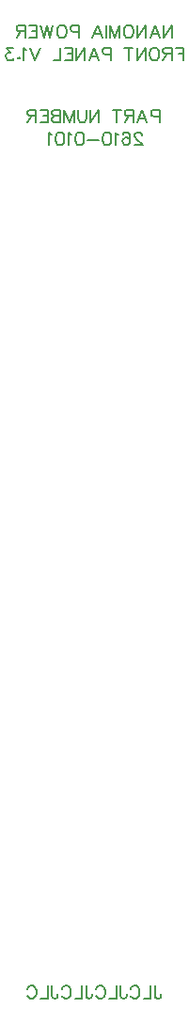
<source format=gbo>
G04 Layer: BottomSilkscreenLayer*
G04 EasyEDA v6.5.34, 2023-08-21 18:11:39*
G04 f96fbce58fd94eb08820de504881ded1,5a6b42c53f6a479593ecc07194224c93,10*
G04 Gerber Generator version 0.2*
G04 Scale: 100 percent, Rotated: No, Reflected: No *
G04 Dimensions in millimeters *
G04 leading zeros omitted , absolute positions ,4 integer and 5 decimal *
%FSLAX45Y45*%
%MOMM*%

%ADD10C,0.2032*%

%LPD*%
D10*
X1816100Y9353989D02*
G01*
X1816100Y9239445D01*
X1816100Y9353989D02*
G01*
X1745190Y9353989D01*
X1816100Y9299445D02*
G01*
X1772462Y9299445D01*
X1709191Y9353989D02*
G01*
X1709191Y9239445D01*
X1709191Y9353989D02*
G01*
X1660100Y9353989D01*
X1643735Y9348536D01*
X1638282Y9343082D01*
X1632828Y9332173D01*
X1632828Y9321264D01*
X1638282Y9310354D01*
X1643735Y9304898D01*
X1660100Y9299445D01*
X1709191Y9299445D01*
X1671010Y9299445D02*
G01*
X1632828Y9239445D01*
X1564101Y9353989D02*
G01*
X1575010Y9348536D01*
X1585917Y9337626D01*
X1591373Y9326717D01*
X1596826Y9310354D01*
X1596826Y9283082D01*
X1591373Y9266717D01*
X1585917Y9255808D01*
X1575010Y9244898D01*
X1564101Y9239445D01*
X1542282Y9239445D01*
X1531373Y9244898D01*
X1520464Y9255808D01*
X1515010Y9266717D01*
X1509555Y9283082D01*
X1509555Y9310354D01*
X1515010Y9326717D01*
X1520464Y9337626D01*
X1531373Y9348536D01*
X1542282Y9353989D01*
X1564101Y9353989D01*
X1473555Y9353989D02*
G01*
X1473555Y9239445D01*
X1473555Y9353989D02*
G01*
X1397190Y9239445D01*
X1397190Y9353989D02*
G01*
X1397190Y9239445D01*
X1323009Y9353989D02*
G01*
X1323009Y9239445D01*
X1361191Y9353989D02*
G01*
X1284828Y9353989D01*
X1164828Y9353989D02*
G01*
X1164828Y9239445D01*
X1164828Y9353989D02*
G01*
X1115738Y9353989D01*
X1099372Y9348536D01*
X1093919Y9343082D01*
X1088466Y9332173D01*
X1088466Y9315808D01*
X1093919Y9304898D01*
X1099372Y9299445D01*
X1115738Y9293989D01*
X1164828Y9293989D01*
X1008829Y9353989D02*
G01*
X1052464Y9239445D01*
X1008829Y9353989D02*
G01*
X965192Y9239445D01*
X1036101Y9277626D02*
G01*
X981555Y9277626D01*
X929192Y9353989D02*
G01*
X929192Y9239445D01*
X929192Y9353989D02*
G01*
X852830Y9239445D01*
X852830Y9353989D02*
G01*
X852830Y9239445D01*
X816828Y9353989D02*
G01*
X816828Y9239445D01*
X816828Y9353989D02*
G01*
X745919Y9353989D01*
X816828Y9299445D02*
G01*
X773193Y9299445D01*
X816828Y9239445D02*
G01*
X745919Y9239445D01*
X709919Y9353989D02*
G01*
X709919Y9239445D01*
X709919Y9239445D02*
G01*
X644466Y9239445D01*
X524466Y9353989D02*
G01*
X480829Y9239445D01*
X437192Y9353989D02*
G01*
X480829Y9239445D01*
X401193Y9332173D02*
G01*
X390283Y9337626D01*
X373921Y9353989D01*
X373921Y9239445D01*
X332465Y9266717D02*
G01*
X337921Y9261264D01*
X332465Y9255808D01*
X327012Y9261264D01*
X332465Y9266717D01*
X280103Y9353989D02*
G01*
X220103Y9353989D01*
X252831Y9310354D01*
X236466Y9310354D01*
X225557Y9304898D01*
X220103Y9299445D01*
X214647Y9283082D01*
X214647Y9272173D01*
X220103Y9255808D01*
X231012Y9244898D01*
X247375Y9239445D01*
X263738Y9239445D01*
X280103Y9244898D01*
X285556Y9250354D01*
X291012Y9261264D01*
X1714500Y9557189D02*
G01*
X1714500Y9442645D01*
X1714500Y9557189D02*
G01*
X1638137Y9442645D01*
X1638137Y9557189D02*
G01*
X1638137Y9442645D01*
X1558500Y9557189D02*
G01*
X1602135Y9442645D01*
X1558500Y9557189D02*
G01*
X1514863Y9442645D01*
X1585772Y9480826D02*
G01*
X1531228Y9480826D01*
X1478864Y9557189D02*
G01*
X1478864Y9442645D01*
X1478864Y9557189D02*
G01*
X1402501Y9442645D01*
X1402501Y9557189D02*
G01*
X1402501Y9442645D01*
X1333774Y9557189D02*
G01*
X1344683Y9551736D01*
X1355590Y9540826D01*
X1361046Y9529917D01*
X1366499Y9513554D01*
X1366499Y9486282D01*
X1361046Y9469917D01*
X1355590Y9459008D01*
X1344683Y9448098D01*
X1333774Y9442645D01*
X1311955Y9442645D01*
X1301046Y9448098D01*
X1290137Y9459008D01*
X1284683Y9469917D01*
X1279227Y9486282D01*
X1279227Y9513554D01*
X1284683Y9529917D01*
X1290137Y9540826D01*
X1301046Y9551736D01*
X1311955Y9557189D01*
X1333774Y9557189D01*
X1243228Y9557189D02*
G01*
X1243228Y9442645D01*
X1243228Y9557189D02*
G01*
X1199591Y9442645D01*
X1155956Y9557189D02*
G01*
X1199591Y9442645D01*
X1155956Y9557189D02*
G01*
X1155956Y9442645D01*
X1119954Y9557189D02*
G01*
X1119954Y9442645D01*
X1040320Y9557189D02*
G01*
X1083955Y9442645D01*
X1040320Y9557189D02*
G01*
X996683Y9442645D01*
X1067592Y9480826D02*
G01*
X1013045Y9480826D01*
X876683Y9557189D02*
G01*
X876683Y9442645D01*
X876683Y9557189D02*
G01*
X827592Y9557189D01*
X811230Y9551736D01*
X805774Y9546282D01*
X800320Y9535373D01*
X800320Y9519008D01*
X805774Y9508098D01*
X811230Y9502645D01*
X827592Y9497189D01*
X876683Y9497189D01*
X731593Y9557189D02*
G01*
X742502Y9551736D01*
X753412Y9540826D01*
X758865Y9529917D01*
X764319Y9513554D01*
X764319Y9486282D01*
X758865Y9469917D01*
X753412Y9459008D01*
X742502Y9448098D01*
X731593Y9442645D01*
X709775Y9442645D01*
X698865Y9448098D01*
X687956Y9459008D01*
X682503Y9469917D01*
X677047Y9486282D01*
X677047Y9513554D01*
X682503Y9529917D01*
X687956Y9540826D01*
X698865Y9551736D01*
X709775Y9557189D01*
X731593Y9557189D01*
X641047Y9557189D02*
G01*
X613775Y9442645D01*
X586501Y9557189D02*
G01*
X613775Y9442645D01*
X586501Y9557189D02*
G01*
X559229Y9442645D01*
X531957Y9557189D02*
G01*
X559229Y9442645D01*
X495957Y9557189D02*
G01*
X495957Y9442645D01*
X495957Y9557189D02*
G01*
X425048Y9557189D01*
X495957Y9502645D02*
G01*
X452320Y9502645D01*
X495957Y9442645D02*
G01*
X425048Y9442645D01*
X389049Y9557189D02*
G01*
X389049Y9442645D01*
X389049Y9557189D02*
G01*
X339956Y9557189D01*
X323593Y9551736D01*
X318140Y9546282D01*
X312684Y9535373D01*
X312684Y9524464D01*
X318140Y9513554D01*
X323593Y9508098D01*
X339956Y9502645D01*
X389049Y9502645D01*
X350865Y9502645D02*
G01*
X312684Y9442645D01*
X1442346Y8564717D02*
G01*
X1442346Y8570173D01*
X1436890Y8581082D01*
X1431437Y8586536D01*
X1420528Y8591989D01*
X1398709Y8591989D01*
X1387800Y8586536D01*
X1382346Y8581082D01*
X1376890Y8570173D01*
X1376890Y8559264D01*
X1382346Y8548354D01*
X1393253Y8531989D01*
X1447800Y8477445D01*
X1371437Y8477445D01*
X1269982Y8575626D02*
G01*
X1275435Y8586536D01*
X1291800Y8591989D01*
X1302710Y8591989D01*
X1319072Y8586536D01*
X1329982Y8570173D01*
X1335435Y8542898D01*
X1335435Y8515626D01*
X1329982Y8493808D01*
X1319072Y8482898D01*
X1302710Y8477445D01*
X1297254Y8477445D01*
X1280891Y8482898D01*
X1269982Y8493808D01*
X1264528Y8510173D01*
X1264528Y8515626D01*
X1269982Y8531989D01*
X1280891Y8542898D01*
X1297254Y8548354D01*
X1302710Y8548354D01*
X1319072Y8542898D01*
X1329982Y8531989D01*
X1335435Y8515626D01*
X1228526Y8570173D02*
G01*
X1217617Y8575626D01*
X1201254Y8591989D01*
X1201254Y8477445D01*
X1132527Y8591989D02*
G01*
X1148890Y8586536D01*
X1159799Y8570173D01*
X1165255Y8542898D01*
X1165255Y8526536D01*
X1159799Y8499264D01*
X1148890Y8482898D01*
X1132527Y8477445D01*
X1121618Y8477445D01*
X1105255Y8482898D01*
X1094346Y8499264D01*
X1088890Y8526536D01*
X1088890Y8542898D01*
X1094346Y8570173D01*
X1105255Y8586536D01*
X1121618Y8591989D01*
X1132527Y8591989D01*
X1052890Y8526536D02*
G01*
X954709Y8526536D01*
X885982Y8591989D02*
G01*
X902347Y8586536D01*
X913254Y8570173D01*
X918710Y8542898D01*
X918710Y8526536D01*
X913254Y8499264D01*
X902347Y8482898D01*
X885982Y8477445D01*
X875073Y8477445D01*
X858710Y8482898D01*
X847801Y8499264D01*
X842347Y8526536D01*
X842347Y8542898D01*
X847801Y8570173D01*
X858710Y8586536D01*
X875073Y8591989D01*
X885982Y8591989D01*
X806345Y8570173D02*
G01*
X795436Y8575626D01*
X779073Y8591989D01*
X779073Y8477445D01*
X710346Y8591989D02*
G01*
X726711Y8586536D01*
X737618Y8570173D01*
X743074Y8542898D01*
X743074Y8526536D01*
X737618Y8499264D01*
X726711Y8482898D01*
X710346Y8477445D01*
X699437Y8477445D01*
X683074Y8482898D01*
X672165Y8499264D01*
X666711Y8526536D01*
X666711Y8542898D01*
X672165Y8570173D01*
X683074Y8586536D01*
X699437Y8591989D01*
X710346Y8591989D01*
X630709Y8570173D02*
G01*
X619800Y8575626D01*
X603437Y8591989D01*
X603437Y8477445D01*
X1600200Y8795189D02*
G01*
X1600200Y8680645D01*
X1600200Y8795189D02*
G01*
X1551109Y8795189D01*
X1534746Y8789736D01*
X1529290Y8784282D01*
X1523837Y8773373D01*
X1523837Y8757008D01*
X1529290Y8746098D01*
X1534746Y8740645D01*
X1551109Y8735189D01*
X1600200Y8735189D01*
X1444200Y8795189D02*
G01*
X1487835Y8680645D01*
X1444200Y8795189D02*
G01*
X1400563Y8680645D01*
X1471472Y8718826D02*
G01*
X1416928Y8718826D01*
X1364564Y8795189D02*
G01*
X1364564Y8680645D01*
X1364564Y8795189D02*
G01*
X1315473Y8795189D01*
X1299110Y8789736D01*
X1293655Y8784282D01*
X1288201Y8773373D01*
X1288201Y8762464D01*
X1293655Y8751554D01*
X1299110Y8746098D01*
X1315473Y8740645D01*
X1364564Y8740645D01*
X1326382Y8740645D02*
G01*
X1288201Y8680645D01*
X1214018Y8795189D02*
G01*
X1214018Y8680645D01*
X1252199Y8795189D02*
G01*
X1175837Y8795189D01*
X1055837Y8795189D02*
G01*
X1055837Y8680645D01*
X1055837Y8795189D02*
G01*
X979474Y8680645D01*
X979474Y8795189D02*
G01*
X979474Y8680645D01*
X943472Y8795189D02*
G01*
X943472Y8713373D01*
X938019Y8697008D01*
X927110Y8686098D01*
X910747Y8680645D01*
X899838Y8680645D01*
X883472Y8686098D01*
X872566Y8697008D01*
X867110Y8713373D01*
X867110Y8795189D01*
X831110Y8795189D02*
G01*
X831110Y8680645D01*
X831110Y8795189D02*
G01*
X787473Y8680645D01*
X743838Y8795189D02*
G01*
X787473Y8680645D01*
X743838Y8795189D02*
G01*
X743838Y8680645D01*
X707837Y8795189D02*
G01*
X707837Y8680645D01*
X707837Y8795189D02*
G01*
X658746Y8795189D01*
X642383Y8789736D01*
X636930Y8784282D01*
X631474Y8773373D01*
X631474Y8762464D01*
X636930Y8751554D01*
X642383Y8746098D01*
X658746Y8740645D01*
X707837Y8740645D02*
G01*
X658746Y8740645D01*
X642383Y8735189D01*
X636930Y8729736D01*
X631474Y8718826D01*
X631474Y8702464D01*
X636930Y8691554D01*
X642383Y8686098D01*
X658746Y8680645D01*
X707837Y8680645D01*
X595475Y8795189D02*
G01*
X595475Y8680645D01*
X595475Y8795189D02*
G01*
X524565Y8795189D01*
X595475Y8740645D02*
G01*
X551837Y8740645D01*
X595475Y8680645D02*
G01*
X524565Y8680645D01*
X488566Y8795189D02*
G01*
X488566Y8680645D01*
X488566Y8795189D02*
G01*
X439475Y8795189D01*
X423110Y8789736D01*
X417657Y8784282D01*
X412201Y8773373D01*
X412201Y8762464D01*
X417657Y8751554D01*
X423110Y8746098D01*
X439475Y8740645D01*
X488566Y8740645D01*
X450385Y8740645D02*
G01*
X412201Y8680645D01*
X1558290Y908557D02*
G01*
X1558290Y821181D01*
X1563877Y804926D01*
X1569211Y799337D01*
X1580134Y794004D01*
X1591056Y794004D01*
X1601977Y799337D01*
X1607565Y804926D01*
X1612900Y821181D01*
X1612900Y832104D01*
X1522475Y908557D02*
G01*
X1522475Y794004D01*
X1522475Y794004D02*
G01*
X1456943Y794004D01*
X1339088Y881126D02*
G01*
X1344422Y892047D01*
X1355343Y902970D01*
X1366265Y908557D01*
X1388109Y908557D01*
X1399031Y902970D01*
X1409954Y892047D01*
X1415541Y881126D01*
X1420875Y864870D01*
X1420875Y837692D01*
X1415541Y821181D01*
X1409954Y810260D01*
X1399031Y799337D01*
X1388109Y794004D01*
X1366265Y794004D01*
X1355343Y799337D01*
X1344422Y810260D01*
X1339088Y821181D01*
X1248663Y908557D02*
G01*
X1248663Y821181D01*
X1253997Y804926D01*
X1259331Y799337D01*
X1270254Y794004D01*
X1281175Y794004D01*
X1292097Y799337D01*
X1297686Y804926D01*
X1303020Y821181D01*
X1303020Y832104D01*
X1212595Y908557D02*
G01*
X1212595Y794004D01*
X1212595Y794004D02*
G01*
X1147063Y794004D01*
X1029208Y881126D02*
G01*
X1034795Y892047D01*
X1045718Y902970D01*
X1056640Y908557D01*
X1078229Y908557D01*
X1089152Y902970D01*
X1100074Y892047D01*
X1105661Y881126D01*
X1110995Y864870D01*
X1110995Y837692D01*
X1105661Y821181D01*
X1100074Y810260D01*
X1089152Y799337D01*
X1078229Y794004D01*
X1056640Y794004D01*
X1045718Y799337D01*
X1034795Y810260D01*
X1029208Y821181D01*
X938784Y908557D02*
G01*
X938784Y821181D01*
X944118Y804926D01*
X949706Y799337D01*
X960627Y794004D01*
X971550Y794004D01*
X982472Y799337D01*
X987806Y804926D01*
X993140Y821181D01*
X993140Y832104D01*
X902715Y908557D02*
G01*
X902715Y794004D01*
X902715Y794004D02*
G01*
X837184Y794004D01*
X719327Y881126D02*
G01*
X724915Y892047D01*
X735838Y902970D01*
X746759Y908557D01*
X768604Y908557D01*
X779525Y902970D01*
X790447Y892047D01*
X795781Y881126D01*
X801370Y864870D01*
X801370Y837692D01*
X795781Y821181D01*
X790447Y810260D01*
X779525Y799337D01*
X768604Y794004D01*
X746759Y794004D01*
X735838Y799337D01*
X724915Y810260D01*
X719327Y821181D01*
X628904Y908557D02*
G01*
X628904Y821181D01*
X634237Y804926D01*
X639826Y799337D01*
X650747Y794004D01*
X661670Y794004D01*
X672591Y799337D01*
X677925Y804926D01*
X683513Y821181D01*
X683513Y832104D01*
X592836Y908557D02*
G01*
X592836Y794004D01*
X592836Y794004D02*
G01*
X527557Y794004D01*
X409702Y881126D02*
G01*
X415036Y892047D01*
X425957Y902970D01*
X436879Y908557D01*
X458723Y908557D01*
X469645Y902970D01*
X480568Y892047D01*
X485902Y881126D01*
X491489Y864870D01*
X491489Y837692D01*
X485902Y821181D01*
X480568Y810260D01*
X469645Y799337D01*
X458723Y794004D01*
X436879Y794004D01*
X425957Y799337D01*
X415036Y810260D01*
X409702Y821181D01*
M02*

</source>
